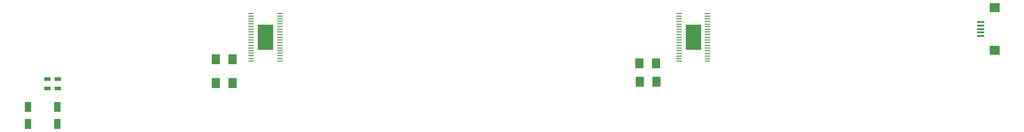
<source format=gbp>
G04 MADE WITH FRITZING*
G04 WWW.FRITZING.ORG*
G04 DOUBLE SIDED*
G04 HOLES PLATED*
G04 CONTOUR ON CENTER OF CONTOUR VECTOR*
%ASAXBY*%
%FSLAX23Y23*%
%MOIN*%
%OFA0B0*%
%SFA1.0B1.0*%
%ADD10R,0.118110X0.188976*%
%ADD11R,0.039370X0.008268*%
%ADD12R,0.051181X0.074803*%
%ADD13R,0.047244X0.031496*%
%ADD14R,0.062992X0.074803*%
%ADD15R,0.055118X0.013780*%
%ADD16R,0.074803X0.070866*%
%LNPASTEMASK0*%
G90*
G70*
G54D10*
X2388Y1085D03*
G54D11*
X2495Y947D03*
X2495Y1006D03*
X2495Y927D03*
X2495Y908D03*
X2495Y986D03*
X2495Y967D03*
X2495Y1183D03*
X2495Y1242D03*
X2495Y1163D03*
X2495Y1144D03*
X2495Y1222D03*
X2495Y1203D03*
X2495Y1065D03*
X2495Y1124D03*
X2495Y1045D03*
X2495Y1026D03*
X2495Y1104D03*
X2495Y1085D03*
X2495Y1262D03*
X2282Y947D03*
X2282Y1006D03*
X2282Y927D03*
X2282Y908D03*
X2282Y986D03*
X2282Y967D03*
X2282Y1183D03*
X2282Y1242D03*
X2282Y1163D03*
X2282Y1144D03*
X2282Y1222D03*
X2282Y1203D03*
X2282Y1065D03*
X2282Y1124D03*
X2282Y1045D03*
X2282Y1026D03*
X2282Y1104D03*
X2282Y1085D03*
X2282Y1262D03*
G54D10*
X2388Y1085D03*
G54D11*
X2495Y947D03*
X2495Y1006D03*
X2495Y927D03*
X2495Y908D03*
X2495Y986D03*
X2495Y967D03*
X2495Y1183D03*
X2495Y1242D03*
X2495Y1163D03*
X2495Y1144D03*
X2495Y1222D03*
X2495Y1203D03*
X2495Y1065D03*
X2495Y1124D03*
X2495Y1045D03*
X2495Y1026D03*
X2495Y1104D03*
X2495Y1085D03*
X2495Y1262D03*
X2282Y947D03*
X2282Y1006D03*
X2282Y927D03*
X2282Y908D03*
X2282Y986D03*
X2282Y967D03*
X2282Y1183D03*
X2282Y1242D03*
X2282Y1163D03*
X2282Y1144D03*
X2282Y1222D03*
X2282Y1203D03*
X2282Y1065D03*
X2282Y1124D03*
X2282Y1045D03*
X2282Y1026D03*
X2282Y1104D03*
X2282Y1085D03*
X2282Y1262D03*
G54D10*
X5547Y1084D03*
G54D11*
X5653Y946D03*
X5653Y1005D03*
X5653Y926D03*
X5653Y907D03*
X5653Y985D03*
X5653Y966D03*
X5653Y1182D03*
X5653Y1241D03*
X5653Y1163D03*
X5653Y1143D03*
X5653Y1222D03*
X5653Y1202D03*
X5653Y1064D03*
X5653Y1123D03*
X5653Y1044D03*
X5653Y1025D03*
X5653Y1103D03*
X5653Y1084D03*
X5653Y1261D03*
X5441Y946D03*
X5441Y1005D03*
X5441Y926D03*
X5441Y907D03*
X5441Y985D03*
X5441Y966D03*
X5441Y1182D03*
X5441Y1241D03*
X5441Y1163D03*
X5441Y1143D03*
X5441Y1222D03*
X5441Y1202D03*
X5441Y1064D03*
X5441Y1123D03*
X5441Y1044D03*
X5441Y1025D03*
X5441Y1103D03*
X5441Y1084D03*
X5441Y1261D03*
G54D10*
X5547Y1084D03*
G54D11*
X5653Y946D03*
X5653Y1005D03*
X5653Y926D03*
X5653Y907D03*
X5653Y985D03*
X5653Y966D03*
X5653Y1182D03*
X5653Y1241D03*
X5653Y1163D03*
X5653Y1143D03*
X5653Y1222D03*
X5653Y1202D03*
X5653Y1064D03*
X5653Y1123D03*
X5653Y1044D03*
X5653Y1025D03*
X5653Y1103D03*
X5653Y1084D03*
X5653Y1261D03*
X5441Y946D03*
X5441Y1005D03*
X5441Y926D03*
X5441Y907D03*
X5441Y985D03*
X5441Y966D03*
X5441Y1182D03*
X5441Y1241D03*
X5441Y1163D03*
X5441Y1143D03*
X5441Y1222D03*
X5441Y1202D03*
X5441Y1064D03*
X5441Y1123D03*
X5441Y1044D03*
X5441Y1025D03*
X5441Y1103D03*
X5441Y1084D03*
X5441Y1261D03*
G54D12*
X851Y442D03*
X634Y442D03*
X851Y568D03*
X634Y568D03*
X851Y442D03*
X634Y442D03*
X851Y568D03*
X634Y568D03*
G54D13*
X856Y703D03*
X856Y774D03*
X777Y703D03*
X777Y774D03*
G54D14*
X2145Y920D03*
X2023Y920D03*
X2145Y743D03*
X2023Y743D03*
X5271Y892D03*
X5149Y892D03*
X5275Y753D03*
X5153Y753D03*
G54D15*
X7667Y1197D03*
X7667Y1095D03*
X7667Y1172D03*
X7667Y1146D03*
X7667Y1121D03*
G54D16*
X7771Y1304D03*
X7771Y989D03*
G04 End of PasteMask0*
M02*
</source>
